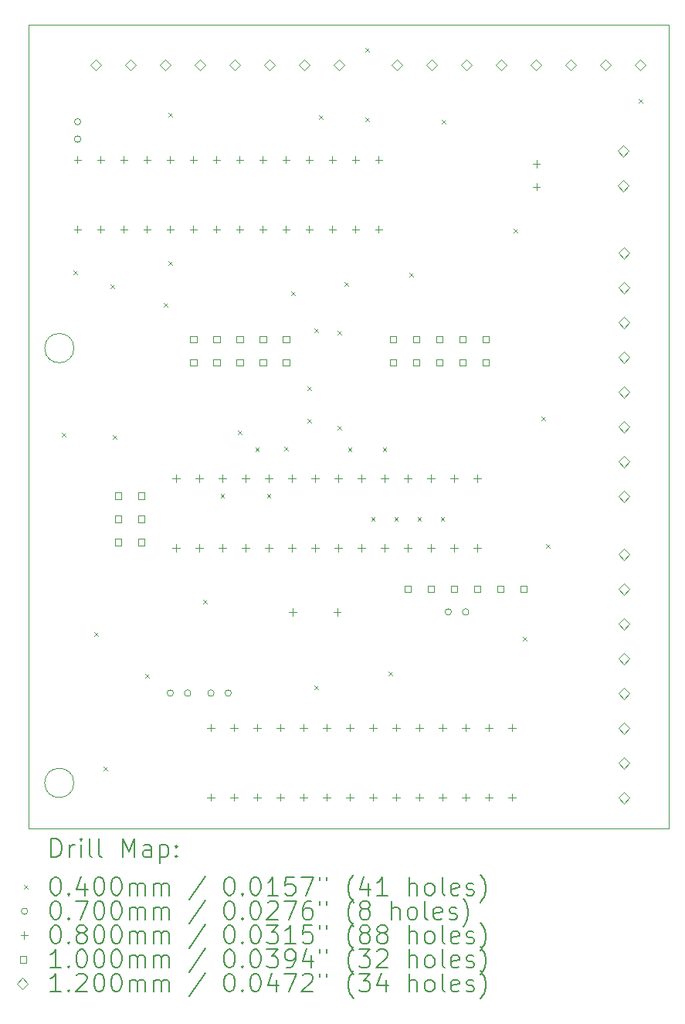
<source format=gbr>
%FSLAX45Y45*%
G04 Gerber Fmt 4.5, Leading zero omitted, Abs format (unit mm)*
G04 Created by KiCad (PCBNEW (6.0.0)) date 2022-11-09 00:29:20*
%MOMM*%
%LPD*%
G01*
G04 APERTURE LIST*
%TA.AperFunction,Profile*%
%ADD10C,0.100000*%
%TD*%
%ADD11C,0.200000*%
%ADD12C,0.040000*%
%ADD13C,0.070000*%
%ADD14C,0.080000*%
%ADD15C,0.100000*%
%ADD16C,0.120000*%
G04 APERTURE END LIST*
D10*
X18669000Y-14625000D02*
X18669000Y-5825000D01*
X11651000Y-5825000D02*
X11651000Y-14625000D01*
X12151000Y-14128333D02*
G75*
G03*
X12151000Y-14128333I-160000J0D01*
G01*
X11651000Y-14625000D02*
X18669000Y-14625000D01*
X12151000Y-9365000D02*
G75*
G03*
X12151000Y-9365000I-160000J0D01*
G01*
X11651000Y-5825000D02*
X18669000Y-5825000D01*
D11*
D12*
X12019600Y-10292400D02*
X12059600Y-10332400D01*
X12059600Y-10292400D02*
X12019600Y-10332400D01*
X12146600Y-8514400D02*
X12186600Y-8554400D01*
X12186600Y-8514400D02*
X12146600Y-8554400D01*
X12375200Y-12476800D02*
X12415200Y-12516800D01*
X12415200Y-12476800D02*
X12375200Y-12516800D01*
X12476800Y-13950000D02*
X12516800Y-13990000D01*
X12516800Y-13950000D02*
X12476800Y-13990000D01*
X12553000Y-8666800D02*
X12593000Y-8706800D01*
X12593000Y-8666800D02*
X12553000Y-8706800D01*
X12578400Y-10317800D02*
X12618400Y-10357800D01*
X12618400Y-10317800D02*
X12578400Y-10357800D01*
X12934000Y-12934000D02*
X12974000Y-12974000D01*
X12974000Y-12934000D02*
X12934000Y-12974000D01*
X13137200Y-8870000D02*
X13177200Y-8910000D01*
X13177200Y-8870000D02*
X13137200Y-8910000D01*
X13188000Y-6787200D02*
X13228000Y-6827200D01*
X13228000Y-6787200D02*
X13188000Y-6827200D01*
X13188000Y-8412800D02*
X13228000Y-8452800D01*
X13228000Y-8412800D02*
X13188000Y-8452800D01*
X13569000Y-12121200D02*
X13609000Y-12161200D01*
X13609000Y-12121200D02*
X13569000Y-12161200D01*
X13759500Y-10965500D02*
X13799500Y-11005500D01*
X13799500Y-10965500D02*
X13759500Y-11005500D01*
X13950000Y-10267000D02*
X13990000Y-10307000D01*
X13990000Y-10267000D02*
X13950000Y-10307000D01*
X14140500Y-10457500D02*
X14180500Y-10497500D01*
X14180500Y-10457500D02*
X14140500Y-10497500D01*
X14267500Y-10965500D02*
X14307500Y-11005500D01*
X14307500Y-10965500D02*
X14267500Y-11005500D01*
X14458000Y-10444800D02*
X14498000Y-10484800D01*
X14498000Y-10444800D02*
X14458000Y-10484800D01*
X14534200Y-8743000D02*
X14574200Y-8783000D01*
X14574200Y-8743000D02*
X14534200Y-8783000D01*
X14712000Y-9784400D02*
X14752000Y-9824400D01*
X14752000Y-9784400D02*
X14712000Y-9824400D01*
X14712000Y-10140000D02*
X14752000Y-10180000D01*
X14752000Y-10140000D02*
X14712000Y-10180000D01*
X14788200Y-9149400D02*
X14828200Y-9189400D01*
X14828200Y-9149400D02*
X14788200Y-9189400D01*
X14788200Y-13061000D02*
X14828200Y-13101000D01*
X14828200Y-13061000D02*
X14788200Y-13101000D01*
X14839000Y-6812600D02*
X14879000Y-6852600D01*
X14879000Y-6812600D02*
X14839000Y-6852600D01*
X15042200Y-9174800D02*
X15082200Y-9214800D01*
X15082200Y-9174800D02*
X15042200Y-9214800D01*
X15042200Y-10216200D02*
X15082200Y-10256200D01*
X15082200Y-10216200D02*
X15042200Y-10256200D01*
X15118400Y-8641400D02*
X15158400Y-8681400D01*
X15158400Y-8641400D02*
X15118400Y-8681400D01*
X15156500Y-10457500D02*
X15196500Y-10497500D01*
X15196500Y-10457500D02*
X15156500Y-10497500D01*
X15347000Y-6076000D02*
X15387000Y-6116000D01*
X15387000Y-6076000D02*
X15347000Y-6116000D01*
X15347000Y-6838000D02*
X15387000Y-6878000D01*
X15387000Y-6838000D02*
X15347000Y-6878000D01*
X15410500Y-11219500D02*
X15450500Y-11259500D01*
X15450500Y-11219500D02*
X15410500Y-11259500D01*
X15537500Y-10457500D02*
X15577500Y-10497500D01*
X15577500Y-10457500D02*
X15537500Y-10497500D01*
X15601000Y-12908600D02*
X15641000Y-12948600D01*
X15641000Y-12908600D02*
X15601000Y-12948600D01*
X15664500Y-11219500D02*
X15704500Y-11259500D01*
X15704500Y-11219500D02*
X15664500Y-11259500D01*
X15829600Y-8539800D02*
X15869600Y-8579800D01*
X15869600Y-8539800D02*
X15829600Y-8579800D01*
X15918500Y-11219500D02*
X15958500Y-11259500D01*
X15958500Y-11219500D02*
X15918500Y-11259500D01*
X16172500Y-11219500D02*
X16212500Y-11259500D01*
X16212500Y-11219500D02*
X16172500Y-11259500D01*
X16185200Y-6863400D02*
X16225200Y-6903400D01*
X16225200Y-6863400D02*
X16185200Y-6903400D01*
X16972600Y-8057200D02*
X17012600Y-8097200D01*
X17012600Y-8057200D02*
X16972600Y-8097200D01*
X17074200Y-12527600D02*
X17114200Y-12567600D01*
X17114200Y-12527600D02*
X17074200Y-12567600D01*
X17277400Y-10114600D02*
X17317400Y-10154600D01*
X17317400Y-10114600D02*
X17277400Y-10154600D01*
X17328200Y-11511600D02*
X17368200Y-11551600D01*
X17368200Y-11511600D02*
X17328200Y-11551600D01*
X18344200Y-6634800D02*
X18384200Y-6674800D01*
X18384200Y-6634800D02*
X18344200Y-6674800D01*
D13*
X12227000Y-6885500D02*
G75*
G03*
X12227000Y-6885500I-35000J0D01*
G01*
X12227000Y-7075500D02*
G75*
G03*
X12227000Y-7075500I-35000J0D01*
G01*
X13243500Y-13144500D02*
G75*
G03*
X13243500Y-13144500I-35000J0D01*
G01*
X13433500Y-13144500D02*
G75*
G03*
X13433500Y-13144500I-35000J0D01*
G01*
X13688000Y-13144500D02*
G75*
G03*
X13688000Y-13144500I-35000J0D01*
G01*
X13878000Y-13144500D02*
G75*
G03*
X13878000Y-13144500I-35000J0D01*
G01*
X16291500Y-12255500D02*
G75*
G03*
X16291500Y-12255500I-35000J0D01*
G01*
X16481500Y-12255500D02*
G75*
G03*
X16481500Y-12255500I-35000J0D01*
G01*
D14*
X12191000Y-7261500D02*
X12191000Y-7341500D01*
X12151000Y-7301500D02*
X12231000Y-7301500D01*
X12191000Y-8023500D02*
X12191000Y-8103500D01*
X12151000Y-8063500D02*
X12231000Y-8063500D01*
X12445000Y-7261500D02*
X12445000Y-7341500D01*
X12405000Y-7301500D02*
X12485000Y-7301500D01*
X12445000Y-8023500D02*
X12445000Y-8103500D01*
X12405000Y-8063500D02*
X12485000Y-8063500D01*
X12699000Y-7261500D02*
X12699000Y-7341500D01*
X12659000Y-7301500D02*
X12739000Y-7301500D01*
X12699000Y-8023500D02*
X12699000Y-8103500D01*
X12659000Y-8063500D02*
X12739000Y-8063500D01*
X12953000Y-7261500D02*
X12953000Y-7341500D01*
X12913000Y-7301500D02*
X12993000Y-7301500D01*
X12953000Y-8023500D02*
X12953000Y-8103500D01*
X12913000Y-8063500D02*
X12993000Y-8063500D01*
X13207000Y-7261500D02*
X13207000Y-7341500D01*
X13167000Y-7301500D02*
X13247000Y-7301500D01*
X13207000Y-8023500D02*
X13207000Y-8103500D01*
X13167000Y-8063500D02*
X13247000Y-8063500D01*
X13270500Y-10754000D02*
X13270500Y-10834000D01*
X13230500Y-10794000D02*
X13310500Y-10794000D01*
X13270500Y-11516000D02*
X13270500Y-11596000D01*
X13230500Y-11556000D02*
X13310500Y-11556000D01*
X13461000Y-7261500D02*
X13461000Y-7341500D01*
X13421000Y-7301500D02*
X13501000Y-7301500D01*
X13461000Y-8023500D02*
X13461000Y-8103500D01*
X13421000Y-8063500D02*
X13501000Y-8063500D01*
X13524500Y-10754000D02*
X13524500Y-10834000D01*
X13484500Y-10794000D02*
X13564500Y-10794000D01*
X13524500Y-11516000D02*
X13524500Y-11596000D01*
X13484500Y-11556000D02*
X13564500Y-11556000D01*
X13651500Y-13484500D02*
X13651500Y-13564500D01*
X13611500Y-13524500D02*
X13691500Y-13524500D01*
X13651500Y-14246500D02*
X13651500Y-14326500D01*
X13611500Y-14286500D02*
X13691500Y-14286500D01*
X13715000Y-7261500D02*
X13715000Y-7341500D01*
X13675000Y-7301500D02*
X13755000Y-7301500D01*
X13715000Y-8023500D02*
X13715000Y-8103500D01*
X13675000Y-8063500D02*
X13755000Y-8063500D01*
X13778500Y-10754000D02*
X13778500Y-10834000D01*
X13738500Y-10794000D02*
X13818500Y-10794000D01*
X13778500Y-11516000D02*
X13778500Y-11596000D01*
X13738500Y-11556000D02*
X13818500Y-11556000D01*
X13905500Y-13484500D02*
X13905500Y-13564500D01*
X13865500Y-13524500D02*
X13945500Y-13524500D01*
X13905500Y-14246500D02*
X13905500Y-14326500D01*
X13865500Y-14286500D02*
X13945500Y-14286500D01*
X13969000Y-7261500D02*
X13969000Y-7341500D01*
X13929000Y-7301500D02*
X14009000Y-7301500D01*
X13969000Y-8023500D02*
X13969000Y-8103500D01*
X13929000Y-8063500D02*
X14009000Y-8063500D01*
X14032500Y-10754000D02*
X14032500Y-10834000D01*
X13992500Y-10794000D02*
X14072500Y-10794000D01*
X14032500Y-11516000D02*
X14032500Y-11596000D01*
X13992500Y-11556000D02*
X14072500Y-11556000D01*
X14159500Y-13484500D02*
X14159500Y-13564500D01*
X14119500Y-13524500D02*
X14199500Y-13524500D01*
X14159500Y-14246500D02*
X14159500Y-14326500D01*
X14119500Y-14286500D02*
X14199500Y-14286500D01*
X14223000Y-7261500D02*
X14223000Y-7341500D01*
X14183000Y-7301500D02*
X14263000Y-7301500D01*
X14223000Y-8023500D02*
X14223000Y-8103500D01*
X14183000Y-8063500D02*
X14263000Y-8063500D01*
X14286500Y-10754000D02*
X14286500Y-10834000D01*
X14246500Y-10794000D02*
X14326500Y-10794000D01*
X14286500Y-11516000D02*
X14286500Y-11596000D01*
X14246500Y-11556000D02*
X14326500Y-11556000D01*
X14413500Y-13484500D02*
X14413500Y-13564500D01*
X14373500Y-13524500D02*
X14453500Y-13524500D01*
X14413500Y-14246500D02*
X14413500Y-14326500D01*
X14373500Y-14286500D02*
X14453500Y-14286500D01*
X14477000Y-7261500D02*
X14477000Y-7341500D01*
X14437000Y-7301500D02*
X14517000Y-7301500D01*
X14477000Y-8023500D02*
X14477000Y-8103500D01*
X14437000Y-8063500D02*
X14517000Y-8063500D01*
X14540500Y-10754000D02*
X14540500Y-10834000D01*
X14500500Y-10794000D02*
X14580500Y-10794000D01*
X14540500Y-11516000D02*
X14540500Y-11596000D01*
X14500500Y-11556000D02*
X14580500Y-11556000D01*
X14550500Y-12215500D02*
X14550500Y-12295500D01*
X14510500Y-12255500D02*
X14590500Y-12255500D01*
X14667500Y-13484500D02*
X14667500Y-13564500D01*
X14627500Y-13524500D02*
X14707500Y-13524500D01*
X14667500Y-14246500D02*
X14667500Y-14326500D01*
X14627500Y-14286500D02*
X14707500Y-14286500D01*
X14731000Y-7261500D02*
X14731000Y-7341500D01*
X14691000Y-7301500D02*
X14771000Y-7301500D01*
X14731000Y-8023500D02*
X14731000Y-8103500D01*
X14691000Y-8063500D02*
X14771000Y-8063500D01*
X14794500Y-10754000D02*
X14794500Y-10834000D01*
X14754500Y-10794000D02*
X14834500Y-10794000D01*
X14794500Y-11516000D02*
X14794500Y-11596000D01*
X14754500Y-11556000D02*
X14834500Y-11556000D01*
X14921500Y-13484500D02*
X14921500Y-13564500D01*
X14881500Y-13524500D02*
X14961500Y-13524500D01*
X14921500Y-14246500D02*
X14921500Y-14326500D01*
X14881500Y-14286500D02*
X14961500Y-14286500D01*
X14985000Y-7261500D02*
X14985000Y-7341500D01*
X14945000Y-7301500D02*
X15025000Y-7301500D01*
X14985000Y-8023500D02*
X14985000Y-8103500D01*
X14945000Y-8063500D02*
X15025000Y-8063500D01*
X15038500Y-12215500D02*
X15038500Y-12295500D01*
X14998500Y-12255500D02*
X15078500Y-12255500D01*
X15048500Y-10754000D02*
X15048500Y-10834000D01*
X15008500Y-10794000D02*
X15088500Y-10794000D01*
X15048500Y-11516000D02*
X15048500Y-11596000D01*
X15008500Y-11556000D02*
X15088500Y-11556000D01*
X15175500Y-13484500D02*
X15175500Y-13564500D01*
X15135500Y-13524500D02*
X15215500Y-13524500D01*
X15175500Y-14246500D02*
X15175500Y-14326500D01*
X15135500Y-14286500D02*
X15215500Y-14286500D01*
X15239000Y-7261500D02*
X15239000Y-7341500D01*
X15199000Y-7301500D02*
X15279000Y-7301500D01*
X15239000Y-8023500D02*
X15239000Y-8103500D01*
X15199000Y-8063500D02*
X15279000Y-8063500D01*
X15302500Y-10754000D02*
X15302500Y-10834000D01*
X15262500Y-10794000D02*
X15342500Y-10794000D01*
X15302500Y-11516000D02*
X15302500Y-11596000D01*
X15262500Y-11556000D02*
X15342500Y-11556000D01*
X15429500Y-13484500D02*
X15429500Y-13564500D01*
X15389500Y-13524500D02*
X15469500Y-13524500D01*
X15429500Y-14246500D02*
X15429500Y-14326500D01*
X15389500Y-14286500D02*
X15469500Y-14286500D01*
X15493000Y-7261500D02*
X15493000Y-7341500D01*
X15453000Y-7301500D02*
X15533000Y-7301500D01*
X15493000Y-8023500D02*
X15493000Y-8103500D01*
X15453000Y-8063500D02*
X15533000Y-8063500D01*
X15556500Y-10754000D02*
X15556500Y-10834000D01*
X15516500Y-10794000D02*
X15596500Y-10794000D01*
X15556500Y-11516000D02*
X15556500Y-11596000D01*
X15516500Y-11556000D02*
X15596500Y-11556000D01*
X15683500Y-13484500D02*
X15683500Y-13564500D01*
X15643500Y-13524500D02*
X15723500Y-13524500D01*
X15683500Y-14246500D02*
X15683500Y-14326500D01*
X15643500Y-14286500D02*
X15723500Y-14286500D01*
X15810500Y-10754000D02*
X15810500Y-10834000D01*
X15770500Y-10794000D02*
X15850500Y-10794000D01*
X15810500Y-11516000D02*
X15810500Y-11596000D01*
X15770500Y-11556000D02*
X15850500Y-11556000D01*
X15937500Y-13484500D02*
X15937500Y-13564500D01*
X15897500Y-13524500D02*
X15977500Y-13524500D01*
X15937500Y-14246500D02*
X15937500Y-14326500D01*
X15897500Y-14286500D02*
X15977500Y-14286500D01*
X16064500Y-10754000D02*
X16064500Y-10834000D01*
X16024500Y-10794000D02*
X16104500Y-10794000D01*
X16064500Y-11516000D02*
X16064500Y-11596000D01*
X16024500Y-11556000D02*
X16104500Y-11556000D01*
X16191500Y-13484500D02*
X16191500Y-13564500D01*
X16151500Y-13524500D02*
X16231500Y-13524500D01*
X16191500Y-14246500D02*
X16191500Y-14326500D01*
X16151500Y-14286500D02*
X16231500Y-14286500D01*
X16318500Y-10754000D02*
X16318500Y-10834000D01*
X16278500Y-10794000D02*
X16358500Y-10794000D01*
X16318500Y-11516000D02*
X16318500Y-11596000D01*
X16278500Y-11556000D02*
X16358500Y-11556000D01*
X16445500Y-13484500D02*
X16445500Y-13564500D01*
X16405500Y-13524500D02*
X16485500Y-13524500D01*
X16445500Y-14246500D02*
X16445500Y-14326500D01*
X16405500Y-14286500D02*
X16485500Y-14286500D01*
X16572500Y-10754000D02*
X16572500Y-10834000D01*
X16532500Y-10794000D02*
X16612500Y-10794000D01*
X16572500Y-11516000D02*
X16572500Y-11596000D01*
X16532500Y-11556000D02*
X16612500Y-11556000D01*
X16699500Y-13484500D02*
X16699500Y-13564500D01*
X16659500Y-13524500D02*
X16739500Y-13524500D01*
X16699500Y-14246500D02*
X16699500Y-14326500D01*
X16659500Y-14286500D02*
X16739500Y-14286500D01*
X16953500Y-13484500D02*
X16953500Y-13564500D01*
X16913500Y-13524500D02*
X16993500Y-13524500D01*
X16953500Y-14246500D02*
X16953500Y-14326500D01*
X16913500Y-14286500D02*
X16993500Y-14286500D01*
X17221200Y-7307089D02*
X17221200Y-7387089D01*
X17181200Y-7347089D02*
X17261200Y-7347089D01*
X17221200Y-7557089D02*
X17221200Y-7637089D01*
X17181200Y-7597089D02*
X17261200Y-7597089D01*
D15*
X12671356Y-11019356D02*
X12671356Y-10948644D01*
X12600644Y-10948644D01*
X12600644Y-11019356D01*
X12671356Y-11019356D01*
X12671356Y-11273356D02*
X12671356Y-11202644D01*
X12600644Y-11202644D01*
X12600644Y-11273356D01*
X12671356Y-11273356D01*
X12671356Y-11527356D02*
X12671356Y-11456644D01*
X12600644Y-11456644D01*
X12600644Y-11527356D01*
X12671356Y-11527356D01*
X12925356Y-11019356D02*
X12925356Y-10948644D01*
X12854644Y-10948644D01*
X12854644Y-11019356D01*
X12925356Y-11019356D01*
X12925356Y-11273356D02*
X12925356Y-11202644D01*
X12854644Y-11202644D01*
X12854644Y-11273356D01*
X12925356Y-11273356D01*
X12925356Y-11527356D02*
X12925356Y-11456644D01*
X12854644Y-11456644D01*
X12854644Y-11527356D01*
X12925356Y-11527356D01*
X13497356Y-9306356D02*
X13497356Y-9235644D01*
X13426644Y-9235644D01*
X13426644Y-9306356D01*
X13497356Y-9306356D01*
X13497356Y-9560356D02*
X13497356Y-9489644D01*
X13426644Y-9489644D01*
X13426644Y-9560356D01*
X13497356Y-9560356D01*
X13751356Y-9306356D02*
X13751356Y-9235644D01*
X13680644Y-9235644D01*
X13680644Y-9306356D01*
X13751356Y-9306356D01*
X13751356Y-9560356D02*
X13751356Y-9489644D01*
X13680644Y-9489644D01*
X13680644Y-9560356D01*
X13751356Y-9560356D01*
X14005356Y-9306356D02*
X14005356Y-9235644D01*
X13934644Y-9235644D01*
X13934644Y-9306356D01*
X14005356Y-9306356D01*
X14005356Y-9560356D02*
X14005356Y-9489644D01*
X13934644Y-9489644D01*
X13934644Y-9560356D01*
X14005356Y-9560356D01*
X14259356Y-9306356D02*
X14259356Y-9235644D01*
X14188644Y-9235644D01*
X14188644Y-9306356D01*
X14259356Y-9306356D01*
X14259356Y-9560356D02*
X14259356Y-9489644D01*
X14188644Y-9489644D01*
X14188644Y-9560356D01*
X14259356Y-9560356D01*
X14513356Y-9306356D02*
X14513356Y-9235644D01*
X14442644Y-9235644D01*
X14442644Y-9306356D01*
X14513356Y-9306356D01*
X14513356Y-9560356D02*
X14513356Y-9489644D01*
X14442644Y-9489644D01*
X14442644Y-9560356D01*
X14513356Y-9560356D01*
X15685356Y-9306356D02*
X15685356Y-9235644D01*
X15614644Y-9235644D01*
X15614644Y-9306356D01*
X15685356Y-9306356D01*
X15685356Y-9560356D02*
X15685356Y-9489644D01*
X15614644Y-9489644D01*
X15614644Y-9560356D01*
X15685356Y-9560356D01*
X15846856Y-12036856D02*
X15846856Y-11966144D01*
X15776144Y-11966144D01*
X15776144Y-12036856D01*
X15846856Y-12036856D01*
X15939356Y-9306356D02*
X15939356Y-9235644D01*
X15868644Y-9235644D01*
X15868644Y-9306356D01*
X15939356Y-9306356D01*
X15939356Y-9560356D02*
X15939356Y-9489644D01*
X15868644Y-9489644D01*
X15868644Y-9560356D01*
X15939356Y-9560356D01*
X16100856Y-12036856D02*
X16100856Y-11966144D01*
X16030144Y-11966144D01*
X16030144Y-12036856D01*
X16100856Y-12036856D01*
X16193356Y-9306356D02*
X16193356Y-9235644D01*
X16122644Y-9235644D01*
X16122644Y-9306356D01*
X16193356Y-9306356D01*
X16193356Y-9560356D02*
X16193356Y-9489644D01*
X16122644Y-9489644D01*
X16122644Y-9560356D01*
X16193356Y-9560356D01*
X16354856Y-12036856D02*
X16354856Y-11966144D01*
X16284144Y-11966144D01*
X16284144Y-12036856D01*
X16354856Y-12036856D01*
X16447356Y-9306356D02*
X16447356Y-9235644D01*
X16376644Y-9235644D01*
X16376644Y-9306356D01*
X16447356Y-9306356D01*
X16447356Y-9560356D02*
X16447356Y-9489644D01*
X16376644Y-9489644D01*
X16376644Y-9560356D01*
X16447356Y-9560356D01*
X16608856Y-12036856D02*
X16608856Y-11966144D01*
X16538144Y-11966144D01*
X16538144Y-12036856D01*
X16608856Y-12036856D01*
X16701356Y-9306356D02*
X16701356Y-9235644D01*
X16630644Y-9235644D01*
X16630644Y-9306356D01*
X16701356Y-9306356D01*
X16701356Y-9560356D02*
X16701356Y-9489644D01*
X16630644Y-9489644D01*
X16630644Y-9560356D01*
X16701356Y-9560356D01*
X16862856Y-12036856D02*
X16862856Y-11966144D01*
X16792144Y-11966144D01*
X16792144Y-12036856D01*
X16862856Y-12036856D01*
X17116856Y-12036856D02*
X17116856Y-11966144D01*
X17046144Y-11966144D01*
X17046144Y-12036856D01*
X17116856Y-12036856D01*
D16*
X12388000Y-6322250D02*
X12448000Y-6262250D01*
X12388000Y-6202250D01*
X12328000Y-6262250D01*
X12388000Y-6322250D01*
X12769000Y-6322250D02*
X12829000Y-6262250D01*
X12769000Y-6202250D01*
X12709000Y-6262250D01*
X12769000Y-6322250D01*
X13150000Y-6322250D02*
X13210000Y-6262250D01*
X13150000Y-6202250D01*
X13090000Y-6262250D01*
X13150000Y-6322250D01*
X13531000Y-6322250D02*
X13591000Y-6262250D01*
X13531000Y-6202250D01*
X13471000Y-6262250D01*
X13531000Y-6322250D01*
X13912000Y-6322250D02*
X13972000Y-6262250D01*
X13912000Y-6202250D01*
X13852000Y-6262250D01*
X13912000Y-6322250D01*
X14293000Y-6322250D02*
X14353000Y-6262250D01*
X14293000Y-6202250D01*
X14233000Y-6262250D01*
X14293000Y-6322250D01*
X14674000Y-6322250D02*
X14734000Y-6262250D01*
X14674000Y-6202250D01*
X14614000Y-6262250D01*
X14674000Y-6322250D01*
X15055000Y-6322250D02*
X15115000Y-6262250D01*
X15055000Y-6202250D01*
X14995000Y-6262250D01*
X15055000Y-6322250D01*
X15690000Y-6322250D02*
X15750000Y-6262250D01*
X15690000Y-6202250D01*
X15630000Y-6262250D01*
X15690000Y-6322250D01*
X16071000Y-6322250D02*
X16131000Y-6262250D01*
X16071000Y-6202250D01*
X16011000Y-6262250D01*
X16071000Y-6322250D01*
X16452000Y-6322250D02*
X16512000Y-6262250D01*
X16452000Y-6202250D01*
X16392000Y-6262250D01*
X16452000Y-6322250D01*
X16833000Y-6322250D02*
X16893000Y-6262250D01*
X16833000Y-6202250D01*
X16773000Y-6262250D01*
X16833000Y-6322250D01*
X17214000Y-6322250D02*
X17274000Y-6262250D01*
X17214000Y-6202250D01*
X17154000Y-6262250D01*
X17214000Y-6322250D01*
X17595000Y-6322250D02*
X17655000Y-6262250D01*
X17595000Y-6202250D01*
X17535000Y-6262250D01*
X17595000Y-6322250D01*
X17976000Y-6322250D02*
X18036000Y-6262250D01*
X17976000Y-6202250D01*
X17916000Y-6262250D01*
X17976000Y-6322250D01*
X18172550Y-7266400D02*
X18232550Y-7206400D01*
X18172550Y-7146400D01*
X18112550Y-7206400D01*
X18172550Y-7266400D01*
X18172550Y-7647400D02*
X18232550Y-7587400D01*
X18172550Y-7527400D01*
X18112550Y-7587400D01*
X18172550Y-7647400D01*
X18185250Y-8384000D02*
X18245250Y-8324000D01*
X18185250Y-8264000D01*
X18125250Y-8324000D01*
X18185250Y-8384000D01*
X18185250Y-8765000D02*
X18245250Y-8705000D01*
X18185250Y-8645000D01*
X18125250Y-8705000D01*
X18185250Y-8765000D01*
X18185250Y-9146000D02*
X18245250Y-9086000D01*
X18185250Y-9026000D01*
X18125250Y-9086000D01*
X18185250Y-9146000D01*
X18185250Y-9527000D02*
X18245250Y-9467000D01*
X18185250Y-9407000D01*
X18125250Y-9467000D01*
X18185250Y-9527000D01*
X18185250Y-9908000D02*
X18245250Y-9848000D01*
X18185250Y-9788000D01*
X18125250Y-9848000D01*
X18185250Y-9908000D01*
X18185250Y-10289000D02*
X18245250Y-10229000D01*
X18185250Y-10169000D01*
X18125250Y-10229000D01*
X18185250Y-10289000D01*
X18185250Y-10670000D02*
X18245250Y-10610000D01*
X18185250Y-10550000D01*
X18125250Y-10610000D01*
X18185250Y-10670000D01*
X18185250Y-11051000D02*
X18245250Y-10991000D01*
X18185250Y-10931000D01*
X18125250Y-10991000D01*
X18185250Y-11051000D01*
X18185250Y-11686000D02*
X18245250Y-11626000D01*
X18185250Y-11566000D01*
X18125250Y-11626000D01*
X18185250Y-11686000D01*
X18185250Y-12067000D02*
X18245250Y-12007000D01*
X18185250Y-11947000D01*
X18125250Y-12007000D01*
X18185250Y-12067000D01*
X18185250Y-12448000D02*
X18245250Y-12388000D01*
X18185250Y-12328000D01*
X18125250Y-12388000D01*
X18185250Y-12448000D01*
X18185250Y-12829000D02*
X18245250Y-12769000D01*
X18185250Y-12709000D01*
X18125250Y-12769000D01*
X18185250Y-12829000D01*
X18185250Y-13210000D02*
X18245250Y-13150000D01*
X18185250Y-13090000D01*
X18125250Y-13150000D01*
X18185250Y-13210000D01*
X18185250Y-13591000D02*
X18245250Y-13531000D01*
X18185250Y-13471000D01*
X18125250Y-13531000D01*
X18185250Y-13591000D01*
X18185250Y-13972000D02*
X18245250Y-13912000D01*
X18185250Y-13852000D01*
X18125250Y-13912000D01*
X18185250Y-13972000D01*
X18185250Y-14353000D02*
X18245250Y-14293000D01*
X18185250Y-14233000D01*
X18125250Y-14293000D01*
X18185250Y-14353000D01*
X18357000Y-6322250D02*
X18417000Y-6262250D01*
X18357000Y-6202250D01*
X18297000Y-6262250D01*
X18357000Y-6322250D01*
D11*
X11903619Y-14940476D02*
X11903619Y-14740476D01*
X11951238Y-14740476D01*
X11979809Y-14750000D01*
X11998857Y-14769048D01*
X12008381Y-14788095D01*
X12017905Y-14826190D01*
X12017905Y-14854762D01*
X12008381Y-14892857D01*
X11998857Y-14911905D01*
X11979809Y-14930952D01*
X11951238Y-14940476D01*
X11903619Y-14940476D01*
X12103619Y-14940476D02*
X12103619Y-14807143D01*
X12103619Y-14845238D02*
X12113143Y-14826190D01*
X12122667Y-14816667D01*
X12141714Y-14807143D01*
X12160762Y-14807143D01*
X12227428Y-14940476D02*
X12227428Y-14807143D01*
X12227428Y-14740476D02*
X12217905Y-14750000D01*
X12227428Y-14759524D01*
X12236952Y-14750000D01*
X12227428Y-14740476D01*
X12227428Y-14759524D01*
X12351238Y-14940476D02*
X12332190Y-14930952D01*
X12322667Y-14911905D01*
X12322667Y-14740476D01*
X12456000Y-14940476D02*
X12436952Y-14930952D01*
X12427428Y-14911905D01*
X12427428Y-14740476D01*
X12684571Y-14940476D02*
X12684571Y-14740476D01*
X12751238Y-14883333D01*
X12817905Y-14740476D01*
X12817905Y-14940476D01*
X12998857Y-14940476D02*
X12998857Y-14835714D01*
X12989333Y-14816667D01*
X12970286Y-14807143D01*
X12932190Y-14807143D01*
X12913143Y-14816667D01*
X12998857Y-14930952D02*
X12979809Y-14940476D01*
X12932190Y-14940476D01*
X12913143Y-14930952D01*
X12903619Y-14911905D01*
X12903619Y-14892857D01*
X12913143Y-14873809D01*
X12932190Y-14864286D01*
X12979809Y-14864286D01*
X12998857Y-14854762D01*
X13094095Y-14807143D02*
X13094095Y-15007143D01*
X13094095Y-14816667D02*
X13113143Y-14807143D01*
X13151238Y-14807143D01*
X13170286Y-14816667D01*
X13179809Y-14826190D01*
X13189333Y-14845238D01*
X13189333Y-14902381D01*
X13179809Y-14921428D01*
X13170286Y-14930952D01*
X13151238Y-14940476D01*
X13113143Y-14940476D01*
X13094095Y-14930952D01*
X13275048Y-14921428D02*
X13284571Y-14930952D01*
X13275048Y-14940476D01*
X13265524Y-14930952D01*
X13275048Y-14921428D01*
X13275048Y-14940476D01*
X13275048Y-14816667D02*
X13284571Y-14826190D01*
X13275048Y-14835714D01*
X13265524Y-14826190D01*
X13275048Y-14816667D01*
X13275048Y-14835714D01*
D12*
X11606000Y-15250000D02*
X11646000Y-15290000D01*
X11646000Y-15250000D02*
X11606000Y-15290000D01*
D11*
X11941714Y-15160476D02*
X11960762Y-15160476D01*
X11979809Y-15170000D01*
X11989333Y-15179524D01*
X11998857Y-15198571D01*
X12008381Y-15236667D01*
X12008381Y-15284286D01*
X11998857Y-15322381D01*
X11989333Y-15341428D01*
X11979809Y-15350952D01*
X11960762Y-15360476D01*
X11941714Y-15360476D01*
X11922667Y-15350952D01*
X11913143Y-15341428D01*
X11903619Y-15322381D01*
X11894095Y-15284286D01*
X11894095Y-15236667D01*
X11903619Y-15198571D01*
X11913143Y-15179524D01*
X11922667Y-15170000D01*
X11941714Y-15160476D01*
X12094095Y-15341428D02*
X12103619Y-15350952D01*
X12094095Y-15360476D01*
X12084571Y-15350952D01*
X12094095Y-15341428D01*
X12094095Y-15360476D01*
X12275048Y-15227143D02*
X12275048Y-15360476D01*
X12227428Y-15150952D02*
X12179809Y-15293809D01*
X12303619Y-15293809D01*
X12417905Y-15160476D02*
X12436952Y-15160476D01*
X12456000Y-15170000D01*
X12465524Y-15179524D01*
X12475048Y-15198571D01*
X12484571Y-15236667D01*
X12484571Y-15284286D01*
X12475048Y-15322381D01*
X12465524Y-15341428D01*
X12456000Y-15350952D01*
X12436952Y-15360476D01*
X12417905Y-15360476D01*
X12398857Y-15350952D01*
X12389333Y-15341428D01*
X12379809Y-15322381D01*
X12370286Y-15284286D01*
X12370286Y-15236667D01*
X12379809Y-15198571D01*
X12389333Y-15179524D01*
X12398857Y-15170000D01*
X12417905Y-15160476D01*
X12608381Y-15160476D02*
X12627428Y-15160476D01*
X12646476Y-15170000D01*
X12656000Y-15179524D01*
X12665524Y-15198571D01*
X12675048Y-15236667D01*
X12675048Y-15284286D01*
X12665524Y-15322381D01*
X12656000Y-15341428D01*
X12646476Y-15350952D01*
X12627428Y-15360476D01*
X12608381Y-15360476D01*
X12589333Y-15350952D01*
X12579809Y-15341428D01*
X12570286Y-15322381D01*
X12560762Y-15284286D01*
X12560762Y-15236667D01*
X12570286Y-15198571D01*
X12579809Y-15179524D01*
X12589333Y-15170000D01*
X12608381Y-15160476D01*
X12760762Y-15360476D02*
X12760762Y-15227143D01*
X12760762Y-15246190D02*
X12770286Y-15236667D01*
X12789333Y-15227143D01*
X12817905Y-15227143D01*
X12836952Y-15236667D01*
X12846476Y-15255714D01*
X12846476Y-15360476D01*
X12846476Y-15255714D02*
X12856000Y-15236667D01*
X12875048Y-15227143D01*
X12903619Y-15227143D01*
X12922667Y-15236667D01*
X12932190Y-15255714D01*
X12932190Y-15360476D01*
X13027428Y-15360476D02*
X13027428Y-15227143D01*
X13027428Y-15246190D02*
X13036952Y-15236667D01*
X13056000Y-15227143D01*
X13084571Y-15227143D01*
X13103619Y-15236667D01*
X13113143Y-15255714D01*
X13113143Y-15360476D01*
X13113143Y-15255714D02*
X13122667Y-15236667D01*
X13141714Y-15227143D01*
X13170286Y-15227143D01*
X13189333Y-15236667D01*
X13198857Y-15255714D01*
X13198857Y-15360476D01*
X13589333Y-15150952D02*
X13417905Y-15408095D01*
X13846476Y-15160476D02*
X13865524Y-15160476D01*
X13884571Y-15170000D01*
X13894095Y-15179524D01*
X13903619Y-15198571D01*
X13913143Y-15236667D01*
X13913143Y-15284286D01*
X13903619Y-15322381D01*
X13894095Y-15341428D01*
X13884571Y-15350952D01*
X13865524Y-15360476D01*
X13846476Y-15360476D01*
X13827428Y-15350952D01*
X13817905Y-15341428D01*
X13808381Y-15322381D01*
X13798857Y-15284286D01*
X13798857Y-15236667D01*
X13808381Y-15198571D01*
X13817905Y-15179524D01*
X13827428Y-15170000D01*
X13846476Y-15160476D01*
X13998857Y-15341428D02*
X14008381Y-15350952D01*
X13998857Y-15360476D01*
X13989333Y-15350952D01*
X13998857Y-15341428D01*
X13998857Y-15360476D01*
X14132190Y-15160476D02*
X14151238Y-15160476D01*
X14170286Y-15170000D01*
X14179809Y-15179524D01*
X14189333Y-15198571D01*
X14198857Y-15236667D01*
X14198857Y-15284286D01*
X14189333Y-15322381D01*
X14179809Y-15341428D01*
X14170286Y-15350952D01*
X14151238Y-15360476D01*
X14132190Y-15360476D01*
X14113143Y-15350952D01*
X14103619Y-15341428D01*
X14094095Y-15322381D01*
X14084571Y-15284286D01*
X14084571Y-15236667D01*
X14094095Y-15198571D01*
X14103619Y-15179524D01*
X14113143Y-15170000D01*
X14132190Y-15160476D01*
X14389333Y-15360476D02*
X14275048Y-15360476D01*
X14332190Y-15360476D02*
X14332190Y-15160476D01*
X14313143Y-15189048D01*
X14294095Y-15208095D01*
X14275048Y-15217619D01*
X14570286Y-15160476D02*
X14475048Y-15160476D01*
X14465524Y-15255714D01*
X14475048Y-15246190D01*
X14494095Y-15236667D01*
X14541714Y-15236667D01*
X14560762Y-15246190D01*
X14570286Y-15255714D01*
X14579809Y-15274762D01*
X14579809Y-15322381D01*
X14570286Y-15341428D01*
X14560762Y-15350952D01*
X14541714Y-15360476D01*
X14494095Y-15360476D01*
X14475048Y-15350952D01*
X14465524Y-15341428D01*
X14646476Y-15160476D02*
X14779809Y-15160476D01*
X14694095Y-15360476D01*
X14846476Y-15160476D02*
X14846476Y-15198571D01*
X14922667Y-15160476D02*
X14922667Y-15198571D01*
X15217905Y-15436667D02*
X15208381Y-15427143D01*
X15189333Y-15398571D01*
X15179809Y-15379524D01*
X15170286Y-15350952D01*
X15160762Y-15303333D01*
X15160762Y-15265238D01*
X15170286Y-15217619D01*
X15179809Y-15189048D01*
X15189333Y-15170000D01*
X15208381Y-15141428D01*
X15217905Y-15131905D01*
X15379809Y-15227143D02*
X15379809Y-15360476D01*
X15332190Y-15150952D02*
X15284571Y-15293809D01*
X15408381Y-15293809D01*
X15589333Y-15360476D02*
X15475048Y-15360476D01*
X15532190Y-15360476D02*
X15532190Y-15160476D01*
X15513143Y-15189048D01*
X15494095Y-15208095D01*
X15475048Y-15217619D01*
X15827428Y-15360476D02*
X15827428Y-15160476D01*
X15913143Y-15360476D02*
X15913143Y-15255714D01*
X15903619Y-15236667D01*
X15884571Y-15227143D01*
X15856000Y-15227143D01*
X15836952Y-15236667D01*
X15827428Y-15246190D01*
X16036952Y-15360476D02*
X16017905Y-15350952D01*
X16008381Y-15341428D01*
X15998857Y-15322381D01*
X15998857Y-15265238D01*
X16008381Y-15246190D01*
X16017905Y-15236667D01*
X16036952Y-15227143D01*
X16065524Y-15227143D01*
X16084571Y-15236667D01*
X16094095Y-15246190D01*
X16103619Y-15265238D01*
X16103619Y-15322381D01*
X16094095Y-15341428D01*
X16084571Y-15350952D01*
X16065524Y-15360476D01*
X16036952Y-15360476D01*
X16217905Y-15360476D02*
X16198857Y-15350952D01*
X16189333Y-15331905D01*
X16189333Y-15160476D01*
X16370286Y-15350952D02*
X16351238Y-15360476D01*
X16313143Y-15360476D01*
X16294095Y-15350952D01*
X16284571Y-15331905D01*
X16284571Y-15255714D01*
X16294095Y-15236667D01*
X16313143Y-15227143D01*
X16351238Y-15227143D01*
X16370286Y-15236667D01*
X16379809Y-15255714D01*
X16379809Y-15274762D01*
X16284571Y-15293809D01*
X16456000Y-15350952D02*
X16475048Y-15360476D01*
X16513143Y-15360476D01*
X16532190Y-15350952D01*
X16541714Y-15331905D01*
X16541714Y-15322381D01*
X16532190Y-15303333D01*
X16513143Y-15293809D01*
X16484571Y-15293809D01*
X16465524Y-15284286D01*
X16456000Y-15265238D01*
X16456000Y-15255714D01*
X16465524Y-15236667D01*
X16484571Y-15227143D01*
X16513143Y-15227143D01*
X16532190Y-15236667D01*
X16608381Y-15436667D02*
X16617905Y-15427143D01*
X16636952Y-15398571D01*
X16646476Y-15379524D01*
X16656000Y-15350952D01*
X16665524Y-15303333D01*
X16665524Y-15265238D01*
X16656000Y-15217619D01*
X16646476Y-15189048D01*
X16636952Y-15170000D01*
X16617905Y-15141428D01*
X16608381Y-15131905D01*
D13*
X11646000Y-15534000D02*
G75*
G03*
X11646000Y-15534000I-35000J0D01*
G01*
D11*
X11941714Y-15424476D02*
X11960762Y-15424476D01*
X11979809Y-15434000D01*
X11989333Y-15443524D01*
X11998857Y-15462571D01*
X12008381Y-15500667D01*
X12008381Y-15548286D01*
X11998857Y-15586381D01*
X11989333Y-15605428D01*
X11979809Y-15614952D01*
X11960762Y-15624476D01*
X11941714Y-15624476D01*
X11922667Y-15614952D01*
X11913143Y-15605428D01*
X11903619Y-15586381D01*
X11894095Y-15548286D01*
X11894095Y-15500667D01*
X11903619Y-15462571D01*
X11913143Y-15443524D01*
X11922667Y-15434000D01*
X11941714Y-15424476D01*
X12094095Y-15605428D02*
X12103619Y-15614952D01*
X12094095Y-15624476D01*
X12084571Y-15614952D01*
X12094095Y-15605428D01*
X12094095Y-15624476D01*
X12170286Y-15424476D02*
X12303619Y-15424476D01*
X12217905Y-15624476D01*
X12417905Y-15424476D02*
X12436952Y-15424476D01*
X12456000Y-15434000D01*
X12465524Y-15443524D01*
X12475048Y-15462571D01*
X12484571Y-15500667D01*
X12484571Y-15548286D01*
X12475048Y-15586381D01*
X12465524Y-15605428D01*
X12456000Y-15614952D01*
X12436952Y-15624476D01*
X12417905Y-15624476D01*
X12398857Y-15614952D01*
X12389333Y-15605428D01*
X12379809Y-15586381D01*
X12370286Y-15548286D01*
X12370286Y-15500667D01*
X12379809Y-15462571D01*
X12389333Y-15443524D01*
X12398857Y-15434000D01*
X12417905Y-15424476D01*
X12608381Y-15424476D02*
X12627428Y-15424476D01*
X12646476Y-15434000D01*
X12656000Y-15443524D01*
X12665524Y-15462571D01*
X12675048Y-15500667D01*
X12675048Y-15548286D01*
X12665524Y-15586381D01*
X12656000Y-15605428D01*
X12646476Y-15614952D01*
X12627428Y-15624476D01*
X12608381Y-15624476D01*
X12589333Y-15614952D01*
X12579809Y-15605428D01*
X12570286Y-15586381D01*
X12560762Y-15548286D01*
X12560762Y-15500667D01*
X12570286Y-15462571D01*
X12579809Y-15443524D01*
X12589333Y-15434000D01*
X12608381Y-15424476D01*
X12760762Y-15624476D02*
X12760762Y-15491143D01*
X12760762Y-15510190D02*
X12770286Y-15500667D01*
X12789333Y-15491143D01*
X12817905Y-15491143D01*
X12836952Y-15500667D01*
X12846476Y-15519714D01*
X12846476Y-15624476D01*
X12846476Y-15519714D02*
X12856000Y-15500667D01*
X12875048Y-15491143D01*
X12903619Y-15491143D01*
X12922667Y-15500667D01*
X12932190Y-15519714D01*
X12932190Y-15624476D01*
X13027428Y-15624476D02*
X13027428Y-15491143D01*
X13027428Y-15510190D02*
X13036952Y-15500667D01*
X13056000Y-15491143D01*
X13084571Y-15491143D01*
X13103619Y-15500667D01*
X13113143Y-15519714D01*
X13113143Y-15624476D01*
X13113143Y-15519714D02*
X13122667Y-15500667D01*
X13141714Y-15491143D01*
X13170286Y-15491143D01*
X13189333Y-15500667D01*
X13198857Y-15519714D01*
X13198857Y-15624476D01*
X13589333Y-15414952D02*
X13417905Y-15672095D01*
X13846476Y-15424476D02*
X13865524Y-15424476D01*
X13884571Y-15434000D01*
X13894095Y-15443524D01*
X13903619Y-15462571D01*
X13913143Y-15500667D01*
X13913143Y-15548286D01*
X13903619Y-15586381D01*
X13894095Y-15605428D01*
X13884571Y-15614952D01*
X13865524Y-15624476D01*
X13846476Y-15624476D01*
X13827428Y-15614952D01*
X13817905Y-15605428D01*
X13808381Y-15586381D01*
X13798857Y-15548286D01*
X13798857Y-15500667D01*
X13808381Y-15462571D01*
X13817905Y-15443524D01*
X13827428Y-15434000D01*
X13846476Y-15424476D01*
X13998857Y-15605428D02*
X14008381Y-15614952D01*
X13998857Y-15624476D01*
X13989333Y-15614952D01*
X13998857Y-15605428D01*
X13998857Y-15624476D01*
X14132190Y-15424476D02*
X14151238Y-15424476D01*
X14170286Y-15434000D01*
X14179809Y-15443524D01*
X14189333Y-15462571D01*
X14198857Y-15500667D01*
X14198857Y-15548286D01*
X14189333Y-15586381D01*
X14179809Y-15605428D01*
X14170286Y-15614952D01*
X14151238Y-15624476D01*
X14132190Y-15624476D01*
X14113143Y-15614952D01*
X14103619Y-15605428D01*
X14094095Y-15586381D01*
X14084571Y-15548286D01*
X14084571Y-15500667D01*
X14094095Y-15462571D01*
X14103619Y-15443524D01*
X14113143Y-15434000D01*
X14132190Y-15424476D01*
X14275048Y-15443524D02*
X14284571Y-15434000D01*
X14303619Y-15424476D01*
X14351238Y-15424476D01*
X14370286Y-15434000D01*
X14379809Y-15443524D01*
X14389333Y-15462571D01*
X14389333Y-15481619D01*
X14379809Y-15510190D01*
X14265524Y-15624476D01*
X14389333Y-15624476D01*
X14456000Y-15424476D02*
X14589333Y-15424476D01*
X14503619Y-15624476D01*
X14751238Y-15424476D02*
X14713143Y-15424476D01*
X14694095Y-15434000D01*
X14684571Y-15443524D01*
X14665524Y-15472095D01*
X14656000Y-15510190D01*
X14656000Y-15586381D01*
X14665524Y-15605428D01*
X14675048Y-15614952D01*
X14694095Y-15624476D01*
X14732190Y-15624476D01*
X14751238Y-15614952D01*
X14760762Y-15605428D01*
X14770286Y-15586381D01*
X14770286Y-15538762D01*
X14760762Y-15519714D01*
X14751238Y-15510190D01*
X14732190Y-15500667D01*
X14694095Y-15500667D01*
X14675048Y-15510190D01*
X14665524Y-15519714D01*
X14656000Y-15538762D01*
X14846476Y-15424476D02*
X14846476Y-15462571D01*
X14922667Y-15424476D02*
X14922667Y-15462571D01*
X15217905Y-15700667D02*
X15208381Y-15691143D01*
X15189333Y-15662571D01*
X15179809Y-15643524D01*
X15170286Y-15614952D01*
X15160762Y-15567333D01*
X15160762Y-15529238D01*
X15170286Y-15481619D01*
X15179809Y-15453048D01*
X15189333Y-15434000D01*
X15208381Y-15405428D01*
X15217905Y-15395905D01*
X15322667Y-15510190D02*
X15303619Y-15500667D01*
X15294095Y-15491143D01*
X15284571Y-15472095D01*
X15284571Y-15462571D01*
X15294095Y-15443524D01*
X15303619Y-15434000D01*
X15322667Y-15424476D01*
X15360762Y-15424476D01*
X15379809Y-15434000D01*
X15389333Y-15443524D01*
X15398857Y-15462571D01*
X15398857Y-15472095D01*
X15389333Y-15491143D01*
X15379809Y-15500667D01*
X15360762Y-15510190D01*
X15322667Y-15510190D01*
X15303619Y-15519714D01*
X15294095Y-15529238D01*
X15284571Y-15548286D01*
X15284571Y-15586381D01*
X15294095Y-15605428D01*
X15303619Y-15614952D01*
X15322667Y-15624476D01*
X15360762Y-15624476D01*
X15379809Y-15614952D01*
X15389333Y-15605428D01*
X15398857Y-15586381D01*
X15398857Y-15548286D01*
X15389333Y-15529238D01*
X15379809Y-15519714D01*
X15360762Y-15510190D01*
X15636952Y-15624476D02*
X15636952Y-15424476D01*
X15722667Y-15624476D02*
X15722667Y-15519714D01*
X15713143Y-15500667D01*
X15694095Y-15491143D01*
X15665524Y-15491143D01*
X15646476Y-15500667D01*
X15636952Y-15510190D01*
X15846476Y-15624476D02*
X15827428Y-15614952D01*
X15817905Y-15605428D01*
X15808381Y-15586381D01*
X15808381Y-15529238D01*
X15817905Y-15510190D01*
X15827428Y-15500667D01*
X15846476Y-15491143D01*
X15875048Y-15491143D01*
X15894095Y-15500667D01*
X15903619Y-15510190D01*
X15913143Y-15529238D01*
X15913143Y-15586381D01*
X15903619Y-15605428D01*
X15894095Y-15614952D01*
X15875048Y-15624476D01*
X15846476Y-15624476D01*
X16027428Y-15624476D02*
X16008381Y-15614952D01*
X15998857Y-15595905D01*
X15998857Y-15424476D01*
X16179809Y-15614952D02*
X16160762Y-15624476D01*
X16122667Y-15624476D01*
X16103619Y-15614952D01*
X16094095Y-15595905D01*
X16094095Y-15519714D01*
X16103619Y-15500667D01*
X16122667Y-15491143D01*
X16160762Y-15491143D01*
X16179809Y-15500667D01*
X16189333Y-15519714D01*
X16189333Y-15538762D01*
X16094095Y-15557809D01*
X16265524Y-15614952D02*
X16284571Y-15624476D01*
X16322667Y-15624476D01*
X16341714Y-15614952D01*
X16351238Y-15595905D01*
X16351238Y-15586381D01*
X16341714Y-15567333D01*
X16322667Y-15557809D01*
X16294095Y-15557809D01*
X16275048Y-15548286D01*
X16265524Y-15529238D01*
X16265524Y-15519714D01*
X16275048Y-15500667D01*
X16294095Y-15491143D01*
X16322667Y-15491143D01*
X16341714Y-15500667D01*
X16417905Y-15700667D02*
X16427428Y-15691143D01*
X16446476Y-15662571D01*
X16456000Y-15643524D01*
X16465524Y-15614952D01*
X16475048Y-15567333D01*
X16475048Y-15529238D01*
X16465524Y-15481619D01*
X16456000Y-15453048D01*
X16446476Y-15434000D01*
X16427428Y-15405428D01*
X16417905Y-15395905D01*
D14*
X11606000Y-15758000D02*
X11606000Y-15838000D01*
X11566000Y-15798000D02*
X11646000Y-15798000D01*
D11*
X11941714Y-15688476D02*
X11960762Y-15688476D01*
X11979809Y-15698000D01*
X11989333Y-15707524D01*
X11998857Y-15726571D01*
X12008381Y-15764667D01*
X12008381Y-15812286D01*
X11998857Y-15850381D01*
X11989333Y-15869428D01*
X11979809Y-15878952D01*
X11960762Y-15888476D01*
X11941714Y-15888476D01*
X11922667Y-15878952D01*
X11913143Y-15869428D01*
X11903619Y-15850381D01*
X11894095Y-15812286D01*
X11894095Y-15764667D01*
X11903619Y-15726571D01*
X11913143Y-15707524D01*
X11922667Y-15698000D01*
X11941714Y-15688476D01*
X12094095Y-15869428D02*
X12103619Y-15878952D01*
X12094095Y-15888476D01*
X12084571Y-15878952D01*
X12094095Y-15869428D01*
X12094095Y-15888476D01*
X12217905Y-15774190D02*
X12198857Y-15764667D01*
X12189333Y-15755143D01*
X12179809Y-15736095D01*
X12179809Y-15726571D01*
X12189333Y-15707524D01*
X12198857Y-15698000D01*
X12217905Y-15688476D01*
X12256000Y-15688476D01*
X12275048Y-15698000D01*
X12284571Y-15707524D01*
X12294095Y-15726571D01*
X12294095Y-15736095D01*
X12284571Y-15755143D01*
X12275048Y-15764667D01*
X12256000Y-15774190D01*
X12217905Y-15774190D01*
X12198857Y-15783714D01*
X12189333Y-15793238D01*
X12179809Y-15812286D01*
X12179809Y-15850381D01*
X12189333Y-15869428D01*
X12198857Y-15878952D01*
X12217905Y-15888476D01*
X12256000Y-15888476D01*
X12275048Y-15878952D01*
X12284571Y-15869428D01*
X12294095Y-15850381D01*
X12294095Y-15812286D01*
X12284571Y-15793238D01*
X12275048Y-15783714D01*
X12256000Y-15774190D01*
X12417905Y-15688476D02*
X12436952Y-15688476D01*
X12456000Y-15698000D01*
X12465524Y-15707524D01*
X12475048Y-15726571D01*
X12484571Y-15764667D01*
X12484571Y-15812286D01*
X12475048Y-15850381D01*
X12465524Y-15869428D01*
X12456000Y-15878952D01*
X12436952Y-15888476D01*
X12417905Y-15888476D01*
X12398857Y-15878952D01*
X12389333Y-15869428D01*
X12379809Y-15850381D01*
X12370286Y-15812286D01*
X12370286Y-15764667D01*
X12379809Y-15726571D01*
X12389333Y-15707524D01*
X12398857Y-15698000D01*
X12417905Y-15688476D01*
X12608381Y-15688476D02*
X12627428Y-15688476D01*
X12646476Y-15698000D01*
X12656000Y-15707524D01*
X12665524Y-15726571D01*
X12675048Y-15764667D01*
X12675048Y-15812286D01*
X12665524Y-15850381D01*
X12656000Y-15869428D01*
X12646476Y-15878952D01*
X12627428Y-15888476D01*
X12608381Y-15888476D01*
X12589333Y-15878952D01*
X12579809Y-15869428D01*
X12570286Y-15850381D01*
X12560762Y-15812286D01*
X12560762Y-15764667D01*
X12570286Y-15726571D01*
X12579809Y-15707524D01*
X12589333Y-15698000D01*
X12608381Y-15688476D01*
X12760762Y-15888476D02*
X12760762Y-15755143D01*
X12760762Y-15774190D02*
X12770286Y-15764667D01*
X12789333Y-15755143D01*
X12817905Y-15755143D01*
X12836952Y-15764667D01*
X12846476Y-15783714D01*
X12846476Y-15888476D01*
X12846476Y-15783714D02*
X12856000Y-15764667D01*
X12875048Y-15755143D01*
X12903619Y-15755143D01*
X12922667Y-15764667D01*
X12932190Y-15783714D01*
X12932190Y-15888476D01*
X13027428Y-15888476D02*
X13027428Y-15755143D01*
X13027428Y-15774190D02*
X13036952Y-15764667D01*
X13056000Y-15755143D01*
X13084571Y-15755143D01*
X13103619Y-15764667D01*
X13113143Y-15783714D01*
X13113143Y-15888476D01*
X13113143Y-15783714D02*
X13122667Y-15764667D01*
X13141714Y-15755143D01*
X13170286Y-15755143D01*
X13189333Y-15764667D01*
X13198857Y-15783714D01*
X13198857Y-15888476D01*
X13589333Y-15678952D02*
X13417905Y-15936095D01*
X13846476Y-15688476D02*
X13865524Y-15688476D01*
X13884571Y-15698000D01*
X13894095Y-15707524D01*
X13903619Y-15726571D01*
X13913143Y-15764667D01*
X13913143Y-15812286D01*
X13903619Y-15850381D01*
X13894095Y-15869428D01*
X13884571Y-15878952D01*
X13865524Y-15888476D01*
X13846476Y-15888476D01*
X13827428Y-15878952D01*
X13817905Y-15869428D01*
X13808381Y-15850381D01*
X13798857Y-15812286D01*
X13798857Y-15764667D01*
X13808381Y-15726571D01*
X13817905Y-15707524D01*
X13827428Y-15698000D01*
X13846476Y-15688476D01*
X13998857Y-15869428D02*
X14008381Y-15878952D01*
X13998857Y-15888476D01*
X13989333Y-15878952D01*
X13998857Y-15869428D01*
X13998857Y-15888476D01*
X14132190Y-15688476D02*
X14151238Y-15688476D01*
X14170286Y-15698000D01*
X14179809Y-15707524D01*
X14189333Y-15726571D01*
X14198857Y-15764667D01*
X14198857Y-15812286D01*
X14189333Y-15850381D01*
X14179809Y-15869428D01*
X14170286Y-15878952D01*
X14151238Y-15888476D01*
X14132190Y-15888476D01*
X14113143Y-15878952D01*
X14103619Y-15869428D01*
X14094095Y-15850381D01*
X14084571Y-15812286D01*
X14084571Y-15764667D01*
X14094095Y-15726571D01*
X14103619Y-15707524D01*
X14113143Y-15698000D01*
X14132190Y-15688476D01*
X14265524Y-15688476D02*
X14389333Y-15688476D01*
X14322667Y-15764667D01*
X14351238Y-15764667D01*
X14370286Y-15774190D01*
X14379809Y-15783714D01*
X14389333Y-15802762D01*
X14389333Y-15850381D01*
X14379809Y-15869428D01*
X14370286Y-15878952D01*
X14351238Y-15888476D01*
X14294095Y-15888476D01*
X14275048Y-15878952D01*
X14265524Y-15869428D01*
X14579809Y-15888476D02*
X14465524Y-15888476D01*
X14522667Y-15888476D02*
X14522667Y-15688476D01*
X14503619Y-15717048D01*
X14484571Y-15736095D01*
X14465524Y-15745619D01*
X14760762Y-15688476D02*
X14665524Y-15688476D01*
X14656000Y-15783714D01*
X14665524Y-15774190D01*
X14684571Y-15764667D01*
X14732190Y-15764667D01*
X14751238Y-15774190D01*
X14760762Y-15783714D01*
X14770286Y-15802762D01*
X14770286Y-15850381D01*
X14760762Y-15869428D01*
X14751238Y-15878952D01*
X14732190Y-15888476D01*
X14684571Y-15888476D01*
X14665524Y-15878952D01*
X14656000Y-15869428D01*
X14846476Y-15688476D02*
X14846476Y-15726571D01*
X14922667Y-15688476D02*
X14922667Y-15726571D01*
X15217905Y-15964667D02*
X15208381Y-15955143D01*
X15189333Y-15926571D01*
X15179809Y-15907524D01*
X15170286Y-15878952D01*
X15160762Y-15831333D01*
X15160762Y-15793238D01*
X15170286Y-15745619D01*
X15179809Y-15717048D01*
X15189333Y-15698000D01*
X15208381Y-15669428D01*
X15217905Y-15659905D01*
X15322667Y-15774190D02*
X15303619Y-15764667D01*
X15294095Y-15755143D01*
X15284571Y-15736095D01*
X15284571Y-15726571D01*
X15294095Y-15707524D01*
X15303619Y-15698000D01*
X15322667Y-15688476D01*
X15360762Y-15688476D01*
X15379809Y-15698000D01*
X15389333Y-15707524D01*
X15398857Y-15726571D01*
X15398857Y-15736095D01*
X15389333Y-15755143D01*
X15379809Y-15764667D01*
X15360762Y-15774190D01*
X15322667Y-15774190D01*
X15303619Y-15783714D01*
X15294095Y-15793238D01*
X15284571Y-15812286D01*
X15284571Y-15850381D01*
X15294095Y-15869428D01*
X15303619Y-15878952D01*
X15322667Y-15888476D01*
X15360762Y-15888476D01*
X15379809Y-15878952D01*
X15389333Y-15869428D01*
X15398857Y-15850381D01*
X15398857Y-15812286D01*
X15389333Y-15793238D01*
X15379809Y-15783714D01*
X15360762Y-15774190D01*
X15513143Y-15774190D02*
X15494095Y-15764667D01*
X15484571Y-15755143D01*
X15475048Y-15736095D01*
X15475048Y-15726571D01*
X15484571Y-15707524D01*
X15494095Y-15698000D01*
X15513143Y-15688476D01*
X15551238Y-15688476D01*
X15570286Y-15698000D01*
X15579809Y-15707524D01*
X15589333Y-15726571D01*
X15589333Y-15736095D01*
X15579809Y-15755143D01*
X15570286Y-15764667D01*
X15551238Y-15774190D01*
X15513143Y-15774190D01*
X15494095Y-15783714D01*
X15484571Y-15793238D01*
X15475048Y-15812286D01*
X15475048Y-15850381D01*
X15484571Y-15869428D01*
X15494095Y-15878952D01*
X15513143Y-15888476D01*
X15551238Y-15888476D01*
X15570286Y-15878952D01*
X15579809Y-15869428D01*
X15589333Y-15850381D01*
X15589333Y-15812286D01*
X15579809Y-15793238D01*
X15570286Y-15783714D01*
X15551238Y-15774190D01*
X15827428Y-15888476D02*
X15827428Y-15688476D01*
X15913143Y-15888476D02*
X15913143Y-15783714D01*
X15903619Y-15764667D01*
X15884571Y-15755143D01*
X15856000Y-15755143D01*
X15836952Y-15764667D01*
X15827428Y-15774190D01*
X16036952Y-15888476D02*
X16017905Y-15878952D01*
X16008381Y-15869428D01*
X15998857Y-15850381D01*
X15998857Y-15793238D01*
X16008381Y-15774190D01*
X16017905Y-15764667D01*
X16036952Y-15755143D01*
X16065524Y-15755143D01*
X16084571Y-15764667D01*
X16094095Y-15774190D01*
X16103619Y-15793238D01*
X16103619Y-15850381D01*
X16094095Y-15869428D01*
X16084571Y-15878952D01*
X16065524Y-15888476D01*
X16036952Y-15888476D01*
X16217905Y-15888476D02*
X16198857Y-15878952D01*
X16189333Y-15859905D01*
X16189333Y-15688476D01*
X16370286Y-15878952D02*
X16351238Y-15888476D01*
X16313143Y-15888476D01*
X16294095Y-15878952D01*
X16284571Y-15859905D01*
X16284571Y-15783714D01*
X16294095Y-15764667D01*
X16313143Y-15755143D01*
X16351238Y-15755143D01*
X16370286Y-15764667D01*
X16379809Y-15783714D01*
X16379809Y-15802762D01*
X16284571Y-15821809D01*
X16456000Y-15878952D02*
X16475048Y-15888476D01*
X16513143Y-15888476D01*
X16532190Y-15878952D01*
X16541714Y-15859905D01*
X16541714Y-15850381D01*
X16532190Y-15831333D01*
X16513143Y-15821809D01*
X16484571Y-15821809D01*
X16465524Y-15812286D01*
X16456000Y-15793238D01*
X16456000Y-15783714D01*
X16465524Y-15764667D01*
X16484571Y-15755143D01*
X16513143Y-15755143D01*
X16532190Y-15764667D01*
X16608381Y-15964667D02*
X16617905Y-15955143D01*
X16636952Y-15926571D01*
X16646476Y-15907524D01*
X16656000Y-15878952D01*
X16665524Y-15831333D01*
X16665524Y-15793238D01*
X16656000Y-15745619D01*
X16646476Y-15717048D01*
X16636952Y-15698000D01*
X16617905Y-15669428D01*
X16608381Y-15659905D01*
D15*
X11631356Y-16097356D02*
X11631356Y-16026644D01*
X11560644Y-16026644D01*
X11560644Y-16097356D01*
X11631356Y-16097356D01*
D11*
X12008381Y-16152476D02*
X11894095Y-16152476D01*
X11951238Y-16152476D02*
X11951238Y-15952476D01*
X11932190Y-15981048D01*
X11913143Y-16000095D01*
X11894095Y-16009619D01*
X12094095Y-16133428D02*
X12103619Y-16142952D01*
X12094095Y-16152476D01*
X12084571Y-16142952D01*
X12094095Y-16133428D01*
X12094095Y-16152476D01*
X12227428Y-15952476D02*
X12246476Y-15952476D01*
X12265524Y-15962000D01*
X12275048Y-15971524D01*
X12284571Y-15990571D01*
X12294095Y-16028667D01*
X12294095Y-16076286D01*
X12284571Y-16114381D01*
X12275048Y-16133428D01*
X12265524Y-16142952D01*
X12246476Y-16152476D01*
X12227428Y-16152476D01*
X12208381Y-16142952D01*
X12198857Y-16133428D01*
X12189333Y-16114381D01*
X12179809Y-16076286D01*
X12179809Y-16028667D01*
X12189333Y-15990571D01*
X12198857Y-15971524D01*
X12208381Y-15962000D01*
X12227428Y-15952476D01*
X12417905Y-15952476D02*
X12436952Y-15952476D01*
X12456000Y-15962000D01*
X12465524Y-15971524D01*
X12475048Y-15990571D01*
X12484571Y-16028667D01*
X12484571Y-16076286D01*
X12475048Y-16114381D01*
X12465524Y-16133428D01*
X12456000Y-16142952D01*
X12436952Y-16152476D01*
X12417905Y-16152476D01*
X12398857Y-16142952D01*
X12389333Y-16133428D01*
X12379809Y-16114381D01*
X12370286Y-16076286D01*
X12370286Y-16028667D01*
X12379809Y-15990571D01*
X12389333Y-15971524D01*
X12398857Y-15962000D01*
X12417905Y-15952476D01*
X12608381Y-15952476D02*
X12627428Y-15952476D01*
X12646476Y-15962000D01*
X12656000Y-15971524D01*
X12665524Y-15990571D01*
X12675048Y-16028667D01*
X12675048Y-16076286D01*
X12665524Y-16114381D01*
X12656000Y-16133428D01*
X12646476Y-16142952D01*
X12627428Y-16152476D01*
X12608381Y-16152476D01*
X12589333Y-16142952D01*
X12579809Y-16133428D01*
X12570286Y-16114381D01*
X12560762Y-16076286D01*
X12560762Y-16028667D01*
X12570286Y-15990571D01*
X12579809Y-15971524D01*
X12589333Y-15962000D01*
X12608381Y-15952476D01*
X12760762Y-16152476D02*
X12760762Y-16019143D01*
X12760762Y-16038190D02*
X12770286Y-16028667D01*
X12789333Y-16019143D01*
X12817905Y-16019143D01*
X12836952Y-16028667D01*
X12846476Y-16047714D01*
X12846476Y-16152476D01*
X12846476Y-16047714D02*
X12856000Y-16028667D01*
X12875048Y-16019143D01*
X12903619Y-16019143D01*
X12922667Y-16028667D01*
X12932190Y-16047714D01*
X12932190Y-16152476D01*
X13027428Y-16152476D02*
X13027428Y-16019143D01*
X13027428Y-16038190D02*
X13036952Y-16028667D01*
X13056000Y-16019143D01*
X13084571Y-16019143D01*
X13103619Y-16028667D01*
X13113143Y-16047714D01*
X13113143Y-16152476D01*
X13113143Y-16047714D02*
X13122667Y-16028667D01*
X13141714Y-16019143D01*
X13170286Y-16019143D01*
X13189333Y-16028667D01*
X13198857Y-16047714D01*
X13198857Y-16152476D01*
X13589333Y-15942952D02*
X13417905Y-16200095D01*
X13846476Y-15952476D02*
X13865524Y-15952476D01*
X13884571Y-15962000D01*
X13894095Y-15971524D01*
X13903619Y-15990571D01*
X13913143Y-16028667D01*
X13913143Y-16076286D01*
X13903619Y-16114381D01*
X13894095Y-16133428D01*
X13884571Y-16142952D01*
X13865524Y-16152476D01*
X13846476Y-16152476D01*
X13827428Y-16142952D01*
X13817905Y-16133428D01*
X13808381Y-16114381D01*
X13798857Y-16076286D01*
X13798857Y-16028667D01*
X13808381Y-15990571D01*
X13817905Y-15971524D01*
X13827428Y-15962000D01*
X13846476Y-15952476D01*
X13998857Y-16133428D02*
X14008381Y-16142952D01*
X13998857Y-16152476D01*
X13989333Y-16142952D01*
X13998857Y-16133428D01*
X13998857Y-16152476D01*
X14132190Y-15952476D02*
X14151238Y-15952476D01*
X14170286Y-15962000D01*
X14179809Y-15971524D01*
X14189333Y-15990571D01*
X14198857Y-16028667D01*
X14198857Y-16076286D01*
X14189333Y-16114381D01*
X14179809Y-16133428D01*
X14170286Y-16142952D01*
X14151238Y-16152476D01*
X14132190Y-16152476D01*
X14113143Y-16142952D01*
X14103619Y-16133428D01*
X14094095Y-16114381D01*
X14084571Y-16076286D01*
X14084571Y-16028667D01*
X14094095Y-15990571D01*
X14103619Y-15971524D01*
X14113143Y-15962000D01*
X14132190Y-15952476D01*
X14265524Y-15952476D02*
X14389333Y-15952476D01*
X14322667Y-16028667D01*
X14351238Y-16028667D01*
X14370286Y-16038190D01*
X14379809Y-16047714D01*
X14389333Y-16066762D01*
X14389333Y-16114381D01*
X14379809Y-16133428D01*
X14370286Y-16142952D01*
X14351238Y-16152476D01*
X14294095Y-16152476D01*
X14275048Y-16142952D01*
X14265524Y-16133428D01*
X14484571Y-16152476D02*
X14522667Y-16152476D01*
X14541714Y-16142952D01*
X14551238Y-16133428D01*
X14570286Y-16104857D01*
X14579809Y-16066762D01*
X14579809Y-15990571D01*
X14570286Y-15971524D01*
X14560762Y-15962000D01*
X14541714Y-15952476D01*
X14503619Y-15952476D01*
X14484571Y-15962000D01*
X14475048Y-15971524D01*
X14465524Y-15990571D01*
X14465524Y-16038190D01*
X14475048Y-16057238D01*
X14484571Y-16066762D01*
X14503619Y-16076286D01*
X14541714Y-16076286D01*
X14560762Y-16066762D01*
X14570286Y-16057238D01*
X14579809Y-16038190D01*
X14751238Y-16019143D02*
X14751238Y-16152476D01*
X14703619Y-15942952D02*
X14656000Y-16085809D01*
X14779809Y-16085809D01*
X14846476Y-15952476D02*
X14846476Y-15990571D01*
X14922667Y-15952476D02*
X14922667Y-15990571D01*
X15217905Y-16228667D02*
X15208381Y-16219143D01*
X15189333Y-16190571D01*
X15179809Y-16171524D01*
X15170286Y-16142952D01*
X15160762Y-16095333D01*
X15160762Y-16057238D01*
X15170286Y-16009619D01*
X15179809Y-15981048D01*
X15189333Y-15962000D01*
X15208381Y-15933428D01*
X15217905Y-15923905D01*
X15275048Y-15952476D02*
X15398857Y-15952476D01*
X15332190Y-16028667D01*
X15360762Y-16028667D01*
X15379809Y-16038190D01*
X15389333Y-16047714D01*
X15398857Y-16066762D01*
X15398857Y-16114381D01*
X15389333Y-16133428D01*
X15379809Y-16142952D01*
X15360762Y-16152476D01*
X15303619Y-16152476D01*
X15284571Y-16142952D01*
X15275048Y-16133428D01*
X15475048Y-15971524D02*
X15484571Y-15962000D01*
X15503619Y-15952476D01*
X15551238Y-15952476D01*
X15570286Y-15962000D01*
X15579809Y-15971524D01*
X15589333Y-15990571D01*
X15589333Y-16009619D01*
X15579809Y-16038190D01*
X15465524Y-16152476D01*
X15589333Y-16152476D01*
X15827428Y-16152476D02*
X15827428Y-15952476D01*
X15913143Y-16152476D02*
X15913143Y-16047714D01*
X15903619Y-16028667D01*
X15884571Y-16019143D01*
X15856000Y-16019143D01*
X15836952Y-16028667D01*
X15827428Y-16038190D01*
X16036952Y-16152476D02*
X16017905Y-16142952D01*
X16008381Y-16133428D01*
X15998857Y-16114381D01*
X15998857Y-16057238D01*
X16008381Y-16038190D01*
X16017905Y-16028667D01*
X16036952Y-16019143D01*
X16065524Y-16019143D01*
X16084571Y-16028667D01*
X16094095Y-16038190D01*
X16103619Y-16057238D01*
X16103619Y-16114381D01*
X16094095Y-16133428D01*
X16084571Y-16142952D01*
X16065524Y-16152476D01*
X16036952Y-16152476D01*
X16217905Y-16152476D02*
X16198857Y-16142952D01*
X16189333Y-16123905D01*
X16189333Y-15952476D01*
X16370286Y-16142952D02*
X16351238Y-16152476D01*
X16313143Y-16152476D01*
X16294095Y-16142952D01*
X16284571Y-16123905D01*
X16284571Y-16047714D01*
X16294095Y-16028667D01*
X16313143Y-16019143D01*
X16351238Y-16019143D01*
X16370286Y-16028667D01*
X16379809Y-16047714D01*
X16379809Y-16066762D01*
X16284571Y-16085809D01*
X16456000Y-16142952D02*
X16475048Y-16152476D01*
X16513143Y-16152476D01*
X16532190Y-16142952D01*
X16541714Y-16123905D01*
X16541714Y-16114381D01*
X16532190Y-16095333D01*
X16513143Y-16085809D01*
X16484571Y-16085809D01*
X16465524Y-16076286D01*
X16456000Y-16057238D01*
X16456000Y-16047714D01*
X16465524Y-16028667D01*
X16484571Y-16019143D01*
X16513143Y-16019143D01*
X16532190Y-16028667D01*
X16608381Y-16228667D02*
X16617905Y-16219143D01*
X16636952Y-16190571D01*
X16646476Y-16171524D01*
X16656000Y-16142952D01*
X16665524Y-16095333D01*
X16665524Y-16057238D01*
X16656000Y-16009619D01*
X16646476Y-15981048D01*
X16636952Y-15962000D01*
X16617905Y-15933428D01*
X16608381Y-15923905D01*
D16*
X11586000Y-16386000D02*
X11646000Y-16326000D01*
X11586000Y-16266000D01*
X11526000Y-16326000D01*
X11586000Y-16386000D01*
D11*
X12008381Y-16416476D02*
X11894095Y-16416476D01*
X11951238Y-16416476D02*
X11951238Y-16216476D01*
X11932190Y-16245048D01*
X11913143Y-16264095D01*
X11894095Y-16273619D01*
X12094095Y-16397428D02*
X12103619Y-16406952D01*
X12094095Y-16416476D01*
X12084571Y-16406952D01*
X12094095Y-16397428D01*
X12094095Y-16416476D01*
X12179809Y-16235524D02*
X12189333Y-16226000D01*
X12208381Y-16216476D01*
X12256000Y-16216476D01*
X12275048Y-16226000D01*
X12284571Y-16235524D01*
X12294095Y-16254571D01*
X12294095Y-16273619D01*
X12284571Y-16302190D01*
X12170286Y-16416476D01*
X12294095Y-16416476D01*
X12417905Y-16216476D02*
X12436952Y-16216476D01*
X12456000Y-16226000D01*
X12465524Y-16235524D01*
X12475048Y-16254571D01*
X12484571Y-16292667D01*
X12484571Y-16340286D01*
X12475048Y-16378381D01*
X12465524Y-16397428D01*
X12456000Y-16406952D01*
X12436952Y-16416476D01*
X12417905Y-16416476D01*
X12398857Y-16406952D01*
X12389333Y-16397428D01*
X12379809Y-16378381D01*
X12370286Y-16340286D01*
X12370286Y-16292667D01*
X12379809Y-16254571D01*
X12389333Y-16235524D01*
X12398857Y-16226000D01*
X12417905Y-16216476D01*
X12608381Y-16216476D02*
X12627428Y-16216476D01*
X12646476Y-16226000D01*
X12656000Y-16235524D01*
X12665524Y-16254571D01*
X12675048Y-16292667D01*
X12675048Y-16340286D01*
X12665524Y-16378381D01*
X12656000Y-16397428D01*
X12646476Y-16406952D01*
X12627428Y-16416476D01*
X12608381Y-16416476D01*
X12589333Y-16406952D01*
X12579809Y-16397428D01*
X12570286Y-16378381D01*
X12560762Y-16340286D01*
X12560762Y-16292667D01*
X12570286Y-16254571D01*
X12579809Y-16235524D01*
X12589333Y-16226000D01*
X12608381Y-16216476D01*
X12760762Y-16416476D02*
X12760762Y-16283143D01*
X12760762Y-16302190D02*
X12770286Y-16292667D01*
X12789333Y-16283143D01*
X12817905Y-16283143D01*
X12836952Y-16292667D01*
X12846476Y-16311714D01*
X12846476Y-16416476D01*
X12846476Y-16311714D02*
X12856000Y-16292667D01*
X12875048Y-16283143D01*
X12903619Y-16283143D01*
X12922667Y-16292667D01*
X12932190Y-16311714D01*
X12932190Y-16416476D01*
X13027428Y-16416476D02*
X13027428Y-16283143D01*
X13027428Y-16302190D02*
X13036952Y-16292667D01*
X13056000Y-16283143D01*
X13084571Y-16283143D01*
X13103619Y-16292667D01*
X13113143Y-16311714D01*
X13113143Y-16416476D01*
X13113143Y-16311714D02*
X13122667Y-16292667D01*
X13141714Y-16283143D01*
X13170286Y-16283143D01*
X13189333Y-16292667D01*
X13198857Y-16311714D01*
X13198857Y-16416476D01*
X13589333Y-16206952D02*
X13417905Y-16464095D01*
X13846476Y-16216476D02*
X13865524Y-16216476D01*
X13884571Y-16226000D01*
X13894095Y-16235524D01*
X13903619Y-16254571D01*
X13913143Y-16292667D01*
X13913143Y-16340286D01*
X13903619Y-16378381D01*
X13894095Y-16397428D01*
X13884571Y-16406952D01*
X13865524Y-16416476D01*
X13846476Y-16416476D01*
X13827428Y-16406952D01*
X13817905Y-16397428D01*
X13808381Y-16378381D01*
X13798857Y-16340286D01*
X13798857Y-16292667D01*
X13808381Y-16254571D01*
X13817905Y-16235524D01*
X13827428Y-16226000D01*
X13846476Y-16216476D01*
X13998857Y-16397428D02*
X14008381Y-16406952D01*
X13998857Y-16416476D01*
X13989333Y-16406952D01*
X13998857Y-16397428D01*
X13998857Y-16416476D01*
X14132190Y-16216476D02*
X14151238Y-16216476D01*
X14170286Y-16226000D01*
X14179809Y-16235524D01*
X14189333Y-16254571D01*
X14198857Y-16292667D01*
X14198857Y-16340286D01*
X14189333Y-16378381D01*
X14179809Y-16397428D01*
X14170286Y-16406952D01*
X14151238Y-16416476D01*
X14132190Y-16416476D01*
X14113143Y-16406952D01*
X14103619Y-16397428D01*
X14094095Y-16378381D01*
X14084571Y-16340286D01*
X14084571Y-16292667D01*
X14094095Y-16254571D01*
X14103619Y-16235524D01*
X14113143Y-16226000D01*
X14132190Y-16216476D01*
X14370286Y-16283143D02*
X14370286Y-16416476D01*
X14322667Y-16206952D02*
X14275048Y-16349809D01*
X14398857Y-16349809D01*
X14456000Y-16216476D02*
X14589333Y-16216476D01*
X14503619Y-16416476D01*
X14656000Y-16235524D02*
X14665524Y-16226000D01*
X14684571Y-16216476D01*
X14732190Y-16216476D01*
X14751238Y-16226000D01*
X14760762Y-16235524D01*
X14770286Y-16254571D01*
X14770286Y-16273619D01*
X14760762Y-16302190D01*
X14646476Y-16416476D01*
X14770286Y-16416476D01*
X14846476Y-16216476D02*
X14846476Y-16254571D01*
X14922667Y-16216476D02*
X14922667Y-16254571D01*
X15217905Y-16492667D02*
X15208381Y-16483143D01*
X15189333Y-16454571D01*
X15179809Y-16435524D01*
X15170286Y-16406952D01*
X15160762Y-16359333D01*
X15160762Y-16321238D01*
X15170286Y-16273619D01*
X15179809Y-16245048D01*
X15189333Y-16226000D01*
X15208381Y-16197428D01*
X15217905Y-16187905D01*
X15275048Y-16216476D02*
X15398857Y-16216476D01*
X15332190Y-16292667D01*
X15360762Y-16292667D01*
X15379809Y-16302190D01*
X15389333Y-16311714D01*
X15398857Y-16330762D01*
X15398857Y-16378381D01*
X15389333Y-16397428D01*
X15379809Y-16406952D01*
X15360762Y-16416476D01*
X15303619Y-16416476D01*
X15284571Y-16406952D01*
X15275048Y-16397428D01*
X15570286Y-16283143D02*
X15570286Y-16416476D01*
X15522667Y-16206952D02*
X15475048Y-16349809D01*
X15598857Y-16349809D01*
X15827428Y-16416476D02*
X15827428Y-16216476D01*
X15913143Y-16416476D02*
X15913143Y-16311714D01*
X15903619Y-16292667D01*
X15884571Y-16283143D01*
X15856000Y-16283143D01*
X15836952Y-16292667D01*
X15827428Y-16302190D01*
X16036952Y-16416476D02*
X16017905Y-16406952D01*
X16008381Y-16397428D01*
X15998857Y-16378381D01*
X15998857Y-16321238D01*
X16008381Y-16302190D01*
X16017905Y-16292667D01*
X16036952Y-16283143D01*
X16065524Y-16283143D01*
X16084571Y-16292667D01*
X16094095Y-16302190D01*
X16103619Y-16321238D01*
X16103619Y-16378381D01*
X16094095Y-16397428D01*
X16084571Y-16406952D01*
X16065524Y-16416476D01*
X16036952Y-16416476D01*
X16217905Y-16416476D02*
X16198857Y-16406952D01*
X16189333Y-16387905D01*
X16189333Y-16216476D01*
X16370286Y-16406952D02*
X16351238Y-16416476D01*
X16313143Y-16416476D01*
X16294095Y-16406952D01*
X16284571Y-16387905D01*
X16284571Y-16311714D01*
X16294095Y-16292667D01*
X16313143Y-16283143D01*
X16351238Y-16283143D01*
X16370286Y-16292667D01*
X16379809Y-16311714D01*
X16379809Y-16330762D01*
X16284571Y-16349809D01*
X16456000Y-16406952D02*
X16475048Y-16416476D01*
X16513143Y-16416476D01*
X16532190Y-16406952D01*
X16541714Y-16387905D01*
X16541714Y-16378381D01*
X16532190Y-16359333D01*
X16513143Y-16349809D01*
X16484571Y-16349809D01*
X16465524Y-16340286D01*
X16456000Y-16321238D01*
X16456000Y-16311714D01*
X16465524Y-16292667D01*
X16484571Y-16283143D01*
X16513143Y-16283143D01*
X16532190Y-16292667D01*
X16608381Y-16492667D02*
X16617905Y-16483143D01*
X16636952Y-16454571D01*
X16646476Y-16435524D01*
X16656000Y-16406952D01*
X16665524Y-16359333D01*
X16665524Y-16321238D01*
X16656000Y-16273619D01*
X16646476Y-16245048D01*
X16636952Y-16226000D01*
X16617905Y-16197428D01*
X16608381Y-16187905D01*
M02*

</source>
